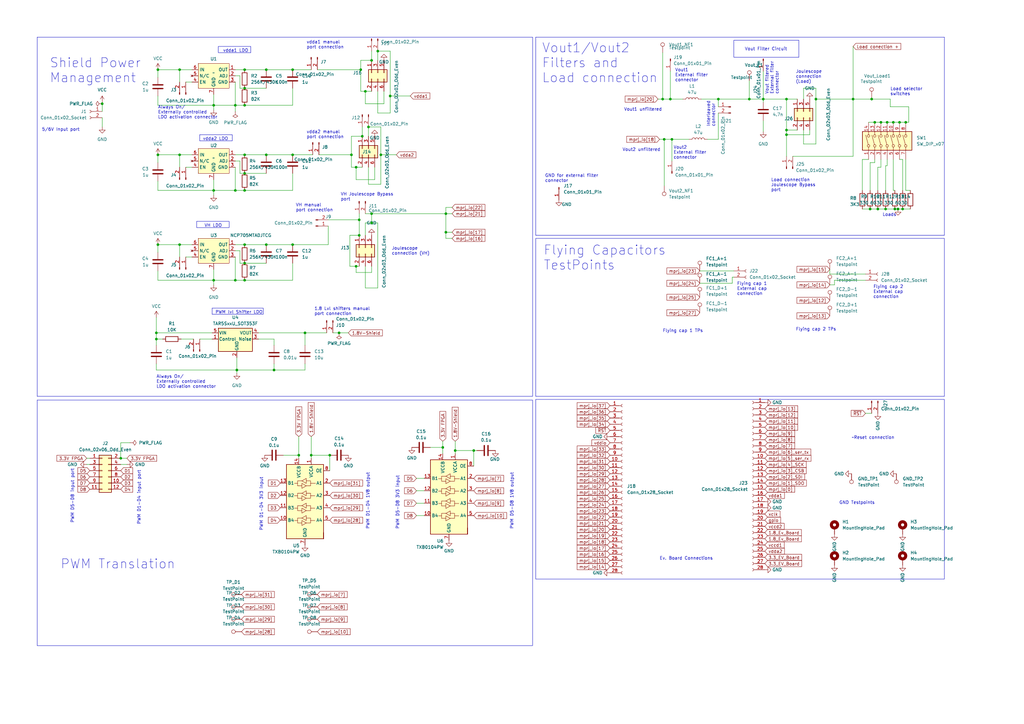
<source format=kicad_sch>
(kicad_sch (version 20230121) (generator eeschema)
  (paper "A3")
  (junction (at 357.505 40.64))
  (junction (at 97.155 151.765))
  (junction (at 274.955 40.64))
  (junction (at 120.015 63.5))
  (junction (at 366.395 50.165))
  (junction (at 127.635 186.69))
  (junction (at 100.33 114.935))
  (junction (at 275.59 57.15))
  (junction (at 182.88 95.25))
  (junction (at 73.66 28.575))
  (junction (at 109.22 28.575))
  (junction (at 322.58 40.64))
  (junction (at 147.955 28.575))
  (junction (at 109.22 63.5))
  (junction (at 87.63 114.935))
  (junction (at 100.33 43.18))
  (junction (at 100.33 71.12))
  (junction (at 194.31 184.785))
  (junction (at 41.91 42.545))
  (junction (at 186.69 184.785))
  (junction (at 146.05 109.22))
  (junction (at 96.52 78.105))
  (junction (at 100.33 28.575))
  (junction (at 96.52 114.935))
  (junction (at 151.13 52.07))
  (junction (at 112.395 151.765))
  (junction (at 358.775 50.165))
  (junction (at 100.33 36.195))
  (junction (at 182.88 87.63))
  (junction (at 135.255 186.69))
  (junction (at 73.66 63.5))
  (junction (at 64.77 28.575))
  (junction (at 160.02 39.37))
  (junction (at 122.555 186.69))
  (junction (at 64.77 63.5))
  (junction (at 64.77 100.33))
  (junction (at 73.66 100.33))
  (junction (at 360.045 85.725))
  (junction (at 271.78 40.64))
  (junction (at 272.415 57.15))
  (junction (at 368.3 85.725))
  (junction (at 120.015 28.575))
  (junction (at 181.61 183.515))
  (junction (at 356.87 85.725))
  (junction (at 64.135 139.065))
  (junction (at 100.33 100.33))
  (junction (at 152.4 91.44))
  (junction (at 349.885 40.64))
  (junction (at 363.22 85.725))
  (junction (at 144.145 63.5))
  (junction (at 363.855 50.165))
  (junction (at 367.03 85.725))
  (junction (at 87.63 43.18))
  (junction (at 156.21 63.5))
  (junction (at 334.645 40.64))
  (junction (at 152.4 87.63))
  (junction (at 149.86 37.465))
  (junction (at 370.205 85.725))
  (junction (at 154.94 20.955))
  (junction (at 146.05 68.58))
  (junction (at 64.135 136.525))
  (junction (at 125.095 136.525))
  (junction (at 313.055 40.64))
  (junction (at 87.63 78.105))
  (junction (at 307.34 40.64))
  (junction (at 371.475 50.165))
  (junction (at 148.59 55.88))
  (junction (at 96.52 43.18))
  (junction (at 100.33 107.95))
  (junction (at 100.33 63.5))
  (junction (at 322.58 55.245))
  (junction (at 368.935 50.165))
  (junction (at 49.53 187.96))
  (junction (at 147.32 90.17))
  (junction (at 100.33 78.105))
  (junction (at 294.64 40.64))
  (junction (at 120.015 100.33))
  (junction (at 109.22 100.33))
  (junction (at 361.315 50.165))
  (junction (at 147.32 96.52))
  (junction (at 139.065 136.525))
  (junction (at 152.4 24.765))
  (junction (at 322.58 53.34))
  (wire (pts (xy 358.775 66.675) (xy 358.775 65.405)))
  (wire (pts (xy 100.33 36.195) (xy 100.33 35.56)))
  (wire (pts (xy 136.525 136.525) (xy 139.065 136.525)))
  (wire (pts (xy 122.555 186.69) (xy 122.555 187.96)))
  (wire (pts (xy 152.4 91.44) (xy 154.94 91.44)))
  (wire (pts (xy 112.395 149.225) (xy 112.395 151.765)))
  (wire (pts (xy 64.135 139.065) (xy 64.135 136.525)))
  (wire (pts (xy 73.66 100.33) (xy 73.66 105.41)))
  (wire (pts (xy 294.64 40.64) (xy 307.34 40.64)))
  (wire (pts (xy 96.52 105.41) (xy 96.52 114.935)))
  (wire (pts (xy 322.58 53.34) (xy 322.58 40.64)))
  (wire (pts (xy 313.055 49.53) (xy 313.055 53.975)))
  (wire (pts (xy 96.52 63.5) (xy 100.33 63.5)))
  (wire (pts (xy 97.155 151.765) (xy 112.395 151.765)))
  (wire (pts (xy 307.34 40.64) (xy 313.055 40.64)))
  (wire (pts (xy 96.52 68.58) (xy 96.52 78.105)))
  (wire (pts (xy 370.205 65.405) (xy 368.935 65.405)))
  (wire (pts (xy 332.105 53.34) (xy 332.105 55.245)))
  (wire (pts (xy 272.415 57.15) (xy 275.59 57.15)))
  (wire (pts (xy 363.22 78.105) (xy 363.22 67.945)))
  (wire (pts (xy 96.52 43.18) (xy 96.52 45.72)))
  (wire (pts (xy 275.59 57.15) (xy 282.575 57.15)))
  (wire (pts (xy 146.05 111.76) (xy 146.05 109.22)))
  (wire (pts (xy 353.695 65.405) (xy 353.695 78.105)))
  (wire (pts (xy 97.155 146.685) (xy 97.155 151.765)))
  (wire (pts (xy 271.78 40.64) (xy 274.955 40.64)))
  (wire (pts (xy 361.315 50.165) (xy 363.855 50.165)))
  (wire (pts (xy 144.145 63.5) (xy 144.145 68.58)))
  (wire (pts (xy 269.875 40.64) (xy 271.78 40.64)))
  (wire (pts (xy 363.22 67.945) (xy 363.855 67.945)))
  (wire (pts (xy 360.045 68.58) (xy 361.315 68.58)))
  (wire (pts (xy 363.22 85.725) (xy 367.03 85.725)))
  (wire (pts (xy 182.88 95.25) (xy 182.88 97.79)))
  (wire (pts (xy 287.02 111.125) (xy 300.99 111.125)))
  (wire (pts (xy 360.045 68.58) (xy 360.045 78.105)))
  (wire (pts (xy 122.555 179.07) (xy 122.555 186.69)))
  (wire (pts (xy 35.56 190.5) (xy 36.83 190.5)))
  (wire (pts (xy 127.635 186.69) (xy 135.255 186.69)))
  (wire (pts (xy 74.295 139.065) (xy 79.375 139.065)))
  (wire (pts (xy 367.03 85.725) (xy 368.3 85.725)))
  (wire (pts (xy 149.86 91.44) (xy 152.4 91.44)))
  (wire (pts (xy 120.015 71.12) (xy 120.015 78.105)))
  (wire (pts (xy 194.31 184.785) (xy 186.69 184.785)))
  (wire (pts (xy 271.78 40.64) (xy 271.78 21.59)))
  (wire (pts (xy 73.66 100.33) (xy 78.74 100.33)))
  (wire (pts (xy 106.045 139.065) (xy 112.395 139.065)))
  (wire (pts (xy 98.425 66.04) (xy 96.52 66.04)))
  (wire (pts (xy 100.33 28.575) (xy 109.22 28.575)))
  (wire (pts (xy 120.015 63.5) (xy 128.27 63.5)))
  (wire (pts (xy 112.395 151.765) (xy 125.095 151.765)))
  (wire (pts (xy 147.32 90.17) (xy 147.32 87.63)))
  (wire (pts (xy 149.86 96.52) (xy 149.86 91.44)))
  (wire (pts (xy 143.51 96.52) (xy 147.32 96.52)))
  (wire (pts (xy 76.2 33.655) (xy 78.74 33.655)))
  (wire (pts (xy 125.095 149.225) (xy 125.095 151.765)))
  (wire (pts (xy 149.86 109.22) (xy 149.86 118.11)))
  (wire (pts (xy 135.255 186.69) (xy 135.255 193.04)))
  (wire (pts (xy 294.64 43.815) (xy 294.64 40.64)))
  (wire (pts (xy 100.33 71.12) (xy 109.22 71.12)))
  (wire (pts (xy 366.395 50.165) (xy 368.935 50.165)))
  (wire (pts (xy 100.33 107.95) (xy 100.33 107.315)))
  (wire (pts (xy 154.94 37.465) (xy 154.94 46.355)))
  (wire (pts (xy 41.91 52.07) (xy 41.91 48.26)))
  (wire (pts (xy 73.66 63.5) (xy 78.74 63.5)))
  (wire (pts (xy 73.66 28.575) (xy 73.66 33.655)))
  (wire (pts (xy 49.53 181.61) (xy 53.34 181.61)))
  (wire (pts (xy 109.22 28.575) (xy 120.015 28.575)))
  (wire (pts (xy 270.51 57.15) (xy 272.415 57.15)))
  (wire (pts (xy 322.58 40.64) (xy 327.025 40.64)))
  (wire (pts (xy 149.86 42.545) (xy 157.48 42.545)))
  (wire (pts (xy 334.645 36.195) (xy 329.565 36.195)))
  (wire (pts (xy 160.02 20.955) (xy 160.02 39.37)))
  (wire (pts (xy 322.58 55.245) (xy 322.58 64.135)))
  (wire (pts (xy 41.91 41.91) (xy 41.91 42.545)))
  (wire (pts (xy 64.77 63.5) (xy 64.77 66.675)))
  (wire (pts (xy 120.015 36.195) (xy 120.015 43.18)))
  (wire (pts (xy 64.135 139.065) (xy 66.675 139.065)))
  (wire (pts (xy 154.94 20.955) (xy 154.94 24.765)))
  (wire (pts (xy 156.21 63.5) (xy 156.21 75.565)))
  (wire (pts (xy 146.05 73.66) (xy 153.67 73.66)))
  (wire (pts (xy 195.58 184.785) (xy 194.31 184.785)))
  (wire (pts (xy 154.94 46.355) (xy 160.02 46.355)))
  (wire (pts (xy 370.205 85.725) (xy 373.38 85.725)))
  (wire (pts (xy 370.205 78.105) (xy 370.205 65.405)))
  (wire (pts (xy 98.425 31.115) (xy 96.52 31.115)))
  (wire (pts (xy 358.775 50.165) (xy 361.315 50.165)))
  (wire (pts (xy 354.965 112.395) (xy 340.36 112.395)))
  (wire (pts (xy 160.02 20.955) (xy 154.94 20.955)))
  (wire (pts (xy 100.33 100.33) (xy 109.22 100.33)))
  (wire (pts (xy 368.935 50.165) (xy 371.475 50.165)))
  (wire (pts (xy 313.055 29.21) (xy 313.055 40.64)))
  (wire (pts (xy 334.645 59.055) (xy 334.645 40.64)))
  (wire (pts (xy 73.66 28.575) (xy 64.77 28.575)))
  (wire (pts (xy 127.635 179.07) (xy 127.635 186.69)))
  (wire (pts (xy 354.965 114.935) (xy 342.265 114.935)))
  (wire (pts (xy 156.21 52.07) (xy 151.13 52.07)))
  (wire (pts (xy 147.955 24.765) (xy 152.4 24.765)))
  (wire (pts (xy 152.4 109.22) (xy 152.4 111.76)))
  (wire (pts (xy 120.015 28.575) (xy 127.635 28.575)))
  (wire (pts (xy 73.66 100.33) (xy 64.77 100.33)))
  (wire (pts (xy 363.855 67.945) (xy 363.855 65.405)))
  (wire (pts (xy 120.015 100.33) (xy 134.62 100.33)))
  (wire (pts (xy 64.77 74.295) (xy 64.77 78.105)))
  (wire (pts (xy 151.13 52.07) (xy 151.13 55.88)))
  (wire (pts (xy 49.53 190.5) (xy 52.07 190.5)))
  (wire (pts (xy 182.88 85.09) (xy 182.88 87.63)))
  (wire (pts (xy 87.63 114.935) (xy 96.52 114.935)))
  (wire (pts (xy 360.045 85.725) (xy 363.22 85.725)))
  (wire (pts (xy 143.51 109.22) (xy 143.51 96.52)))
  (wire (pts (xy 185.42 95.25) (xy 182.88 95.25)))
  (wire (pts (xy 342.265 116.84) (xy 340.36 116.84)))
  (wire (pts (xy 96.52 43.18) (xy 100.33 43.18)))
  (wire (pts (xy 156.21 63.5) (xy 162.56 63.5)))
  (wire (pts (xy 349.885 64.135) (xy 349.885 40.64)))
  (wire (pts (xy 120.015 107.95) (xy 120.015 114.935)))
  (wire (pts (xy 87.63 45.085) (xy 87.63 43.18)))
  (wire (pts (xy 81.915 139.065) (xy 86.995 139.065)))
  (wire (pts (xy 340.36 112.395) (xy 340.36 110.49)))
  (wire (pts (xy 96.52 28.575) (xy 100.33 28.575)))
  (wire (pts (xy 49.53 181.61) (xy 49.53 187.96)))
  (wire (pts (xy 157.48 37.465) (xy 157.48 42.545)))
  (wire (pts (xy 149.86 87.63) (xy 152.4 87.63)))
  (wire (pts (xy 272.415 57.15) (xy 272.415 76.2)))
  (wire (pts (xy 64.135 141.605) (xy 64.135 139.065)))
  (wire (pts (xy 147.955 24.765) (xy 147.955 28.575)))
  (wire (pts (xy 313.055 41.91) (xy 313.055 40.64)))
  (wire (pts (xy 149.86 37.465) (xy 149.86 42.545)))
  (wire (pts (xy 146.05 68.58) (xy 148.59 68.58)))
  (wire (pts (xy 96.52 114.935) (xy 100.33 114.935)))
  (wire (pts (xy 87.63 78.105) (xy 96.52 78.105)))
  (wire (pts (xy 152.4 91.44) (xy 152.4 87.63)))
  (wire (pts (xy 100.33 107.95) (xy 98.425 107.95)))
  (wire (pts (xy 64.135 130.175) (xy 64.135 136.525)))
  (wire (pts (xy 307.34 33.02) (xy 307.34 40.64)))
  (wire (pts (xy 357.505 40.005) (xy 357.505 40.64)))
  (wire (pts (xy 35.56 187.96) (xy 36.83 187.96)))
  (wire (pts (xy 294.64 57.15) (xy 290.195 57.15)))
  (wire (pts (xy 361.315 68.58) (xy 361.315 65.405)))
  (wire (pts (xy 96.52 100.33) (xy 100.33 100.33)))
  (wire (pts (xy 87.63 80.01) (xy 87.63 78.105)))
  (wire (pts (xy 41.91 42.545) (xy 41.91 45.72)))
  (wire (pts (xy 98.425 71.12) (xy 98.425 66.04)))
  (wire (pts (xy 353.695 65.405) (xy 356.235 65.405)))
  (wire (pts (xy 64.77 39.37) (xy 64.77 43.18)))
  (wire (pts (xy 349.885 19.05) (xy 349.885 40.64)))
  (wire (pts (xy 154.94 91.44) (xy 154.94 118.11)))
  (wire (pts (xy 144.145 55.88) (xy 144.145 63.5)))
  (wire (pts (xy 127.635 186.69) (xy 127.635 187.96)))
  (wire (pts (xy 173.99 206.375) (xy 170.815 206.375)))
  (wire (pts (xy 371.475 65.405) (xy 371.475 78.105)))
  (wire (pts (xy 151.13 75.565) (xy 156.21 75.565)))
  (wire (pts (xy 181.61 183.515) (xy 181.61 186.055)))
  (wire (pts (xy 181.61 183.515) (xy 176.53 183.515)))
  (wire (pts (xy 109.22 100.33) (xy 120.015 100.33)))
  (wire (pts (xy 356.235 50.165) (xy 358.775 50.165)))
  (wire (pts (xy 87.63 78.105) (xy 87.63 73.66)))
  (wire (pts (xy 371.475 78.105) (xy 373.38 78.105)))
  (wire (pts (xy 64.77 114.935) (xy 87.63 114.935)))
  (wire (pts (xy 116.205 186.69) (xy 122.555 186.69)))
  (wire (pts (xy 125.095 141.605) (xy 125.095 136.525)))
  (wire (pts (xy 153.67 68.58) (xy 153.67 73.66)))
  (wire (pts (xy 134.62 92.71) (xy 134.62 100.33)))
  (wire (pts (xy 173.99 211.455) (xy 170.815 211.455)))
  (wire (pts (xy 322.58 53.34) (xy 322.58 55.245)))
  (wire (pts (xy 87.63 114.935) (xy 87.63 110.49)))
  (wire (pts (xy 87.63 116.84) (xy 87.63 114.935)))
  (wire (pts (xy 329.565 59.055) (xy 334.645 59.055)))
  (wire (pts (xy 98.425 36.195) (xy 98.425 31.115)))
  (wire (pts (xy 334.645 40.64) (xy 349.885 40.64)))
  (wire (pts (xy 356.87 66.675) (xy 356.87 78.105)))
  (wire (pts (xy 96.52 33.655) (xy 96.52 43.18)))
  (wire (pts (xy 73.66 63.5) (xy 73.66 68.58)))
  (wire (pts (xy 148.59 52.07) (xy 148.59 55.88)))
  (wire (pts (xy 100.33 63.5) (xy 109.22 63.5)))
  (wire (pts (xy 144.145 68.58) (xy 146.05 68.58)))
  (wire (pts (xy 365.125 40.64) (xy 365.125 43.815)))
  (wire (pts (xy 357.505 40.64) (xy 365.125 40.64)))
  (wire (pts (xy 100.33 71.12) (xy 100.33 70.485)))
  (wire (pts (xy 100.33 107.95) (xy 109.22 107.95)))
  (wire (pts (xy 152.4 87.63) (xy 182.88 87.63)))
  (wire (pts (xy 185.42 87.63) (xy 182.88 87.63)))
  (wire (pts (xy 64.77 111.125) (xy 64.77 114.935)))
  (wire (pts (xy 76.2 105.41) (xy 78.74 105.41)))
  (wire (pts (xy 64.77 78.105) (xy 87.63 78.105)))
  (wire (pts (xy 97.155 151.765) (xy 64.135 151.765)))
  (wire (pts (xy 173.99 201.295) (xy 170.815 201.295)))
  (wire (pts (xy 96.52 78.105) (xy 100.33 78.105)))
  (wire (pts (xy 329.565 36.195) (xy 329.565 40.64)))
  (wire (pts (xy 342.265 114.935) (xy 342.265 116.84)))
  (wire (pts (xy 100.33 36.195) (xy 109.22 36.195)))
  (wire (pts (xy 366.395 65.405) (xy 366.395 78.105)))
  (wire (pts (xy 149.86 118.11) (xy 154.94 118.11)))
  (wire (pts (xy 97.155 151.765) (xy 97.155 153.035)))
  (wire (pts (xy 87.63 43.18) (xy 96.52 43.18)))
  (wire (pts (xy 139.065 136.525) (xy 142.875 136.525)))
  (wire (pts (xy 365.125 43.815) (xy 372.745 43.815)))
  (wire (pts (xy 354.965 169.545) (xy 357.505 169.545)))
  (wire (pts (xy 287.655 40.64) (xy 294.64 40.64)))
  (wire (pts (xy 156.21 52.07) (xy 156.21 63.5)))
  (wire (pts (xy 73.66 63.5) (xy 64.77 63.5)))
  (wire (pts (xy 64.135 136.525) (xy 86.995 136.525)))
  (wire (pts (xy 147.32 90.17) (xy 147.32 96.52)))
  (wire (pts (xy 147.32 109.22) (xy 146.05 109.22)))
  (wire (pts (xy 181.61 180.975) (xy 181.61 183.515)))
  (wire (pts (xy 144.145 55.88) (xy 148.59 55.88)))
  (wire (pts (xy 353.695 85.725) (xy 356.87 85.725)))
  (wire (pts (xy 109.22 63.5) (xy 120.015 63.5)))
  (wire (pts (xy 147.955 37.465) (xy 149.86 37.465)))
  (wire (pts (xy 186.69 184.785) (xy 186.69 186.055)))
  (wire (pts (xy 73.66 28.575) (xy 78.74 28.575)))
  (wire (pts (xy 300.355 113.665) (xy 300.355 116.205)))
  (wire (pts (xy 125.095 136.525) (xy 106.045 136.525)))
  (wire (pts (xy 147.955 28.575) (xy 147.955 37.465)))
  (wire (pts (xy 366.395 78.105) (xy 367.03 78.105)))
  (wire (pts (xy 334.645 40.64) (xy 334.645 36.195)))
  (wire (pts (xy 173.99 196.215) (xy 170.815 196.215)))
  (wire (pts (xy 182.88 87.63) (xy 182.88 95.25)))
  (wire (pts (xy 76.2 68.58) (xy 78.74 68.58)))
  (wire (pts (xy 49.53 187.96) (xy 52.07 187.96)))
  (wire (pts (xy 130.175 28.575) (xy 147.955 28.575)))
  (wire (pts (xy 274.955 29.21) (xy 274.955 40.64)))
  (wire (pts (xy 100.33 36.195) (xy 98.425 36.195)))
  (wire (pts (xy 64.77 28.575) (xy 64.77 31.75)))
  (wire (pts (xy 294.64 46.355) (xy 294.64 57.15)))
  (wire (pts (xy 349.885 40.64) (xy 357.505 40.64)))
  (wire (pts (xy 120.015 78.105) (xy 100.33 78.105)))
  (wire (pts (xy 146.05 68.58) (xy 146.05 73.66)))
  (wire (pts (xy 356.87 66.675) (xy 358.775 66.675)))
  (wire (pts (xy 168.275 39.37) (xy 160.02 39.37)))
  (wire (pts (xy 275.59 66.04) (xy 275.59 57.15)))
  (wire (pts (xy 120.015 43.18) (xy 100.33 43.18)))
  (wire (pts (xy 130.81 63.5) (xy 144.145 63.5)))
  (wire (pts (xy 64.135 151.765) (xy 64.135 149.225)))
  (wire (pts (xy 300.355 116.205) (xy 287.02 116.205)))
  (wire (pts (xy 160.02 39.37) (xy 160.02 46.355)))
  (wire (pts (xy 322.58 55.245) (xy 332.105 55.245)))
  (wire (pts (xy 134.62 90.17) (xy 147.32 90.17)))
  (wire (pts (xy 329.565 53.34) (xy 329.565 59.055)))
  (wire (pts (xy 146.05 109.22) (xy 143.51 109.22)))
  (wire (pts (xy 363.855 50.165) (xy 366.395 50.165)))
  (wire (pts (xy 327.025 53.34) (xy 322.58 53.34)))
  (wire (pts (xy 368.3 85.725) (xy 370.205 85.725)))
  (wire (pts (xy 100.33 71.12) (xy 98.425 71.12)))
  (wire (pts (xy 372.745 50.165) (xy 371.475 50.165)))
  (wire (pts (xy 300.355 113.665) (xy 300.99 113.665)))
  (wire (pts (xy 185.42 85.09) (xy 182.88 85.09)))
  (wire (pts (xy 98.425 107.95) (xy 98.425 102.87)))
  (wire (pts (xy 98.425 102.87) (xy 96.52 102.87)))
  (wire (pts (xy 64.77 43.18) (xy 87.63 43.18)))
  (wire (pts (xy 274.955 40.64) (xy 280.035 40.64)))
  (wire (pts (xy 194.31 184.785) (xy 194.31 191.135)))
  (wire (pts (xy 87.63 43.18) (xy 87.63 38.735)))
  (wire (pts (xy 182.88 97.79) (xy 185.42 97.79)))
  (wire (pts (xy 149.86 37.465) (xy 152.4 37.465)))
  (wire (pts (xy 120.015 114.935) (xy 100.33 114.935)))
  (wire (pts (xy 356.87 85.725) (xy 360.045 85.725)))
  (wire (pts (xy 112.395 139.065) (xy 112.395 141.605)))
  (wire (pts (xy 325.12 64.135) (xy 349.885 64.135)))
  (wire (pts (xy 64.77 100.33) (xy 64.77 103.505)))
  (wire (pts (xy 125.095 136.525) (xy 133.985 136.525)))
  (wire (pts (xy 152.4 111.76) (xy 146.05 111.76)))
  (wire (pts (xy 152.4 20.955) (xy 152.4 24.765)))
  (wire (pts (xy 151.13 68.58) (xy 151.13 75.565)))
  (wire (pts (xy 313.055 40.64) (xy 322.58 40.64)))
  (wire (pts (xy 372.745 43.815) (xy 372.745 50.165)))
  (wire (pts (xy 186.69 180.975) (xy 186.69 184.785)))
  (rectangle (start 81.915 55.245) (end 95.25 57.785))
  (rectangle (start 300.99 16.51) (end 327.66 23.495))
  (rectangle (start 219.71 97.79) (end 387.35 162.56))
  (rectangle (start 80.645 90.805) (end 93.98 93.345))
  (rectangle (start 86.995 126.365) (end 107.95 128.905))
  (rectangle (start 89.535 19.05) (end 102.87 21.59))
  (rectangle (start 219.71 163.83) (end 387.35 237.49))
  (rectangle (start 15.24 15.24) (end 218.44 162.56))
  (rectangle (start 15.24 164.084) (end 218.44 264.795))
  (rectangle (start 219.71 15.24) (end 387.35 96.52))
  (text "vdda2 LDO" (at 83.185 57.785 0) (effects (font (size 1.27 1.27)) (justify left bottom)))
  (text "PWM D1-D4 input port" (at 57.785 215.265 90) (effects (font (size 1.27 1.27)) (justify left bottom)))
  (text "Always On/\nExternally controlled\nLDO activation connector" (at 64.135 159.385 0) (effects (font (size 1.27 1.27)) (justify left bottom)))
  (text "Shield Power \nManagement " (at 20.32 34.29 0) (effects (font (size 3.81 3.81)) (justify left bottom)))
  (text "Vout filtered\nExternal filter\nconnector\n" (at 319.405 38.735 90) (effects (font (size 1.27 1.27)) (justify left bottom)))
  (text "PWM D1-D4 3V3 input " (at 107.95 217.805 90) (effects (font (size 1.27 1.27)) (justify left bottom)))
  (text "Vout2\nExternal filter \nconnector" (at 276.225 65.405 0) (effects (font (size 1.27 1.27)) (justify left bottom)))
  (text "Vout1\nExternal filter \nconnector" (at 276.86 33.655 0) (effects (font (size 1.27 1.27)) (justify left bottom)))
  (text "PWM D5-D8 3V3 input " (at 163.83 217.17 90) (effects (font (size 1.27 1.27)) (justify left bottom)))
  (text "Loads\n" (at 361.95 88.9 0) (effects (font (size 1.27 1.27)) (justify left bottom)))
  (text "vdda1 LDO" (at 91.44 21.59 0) (effects (font (size 1.27 1.27)) (justify left bottom)))
  (text "vdda2 manual\nport connection\n\n" (at 125.73 59.055 0) (effects (font (size 1.27 1.27)) (justify left bottom)))
  (text "~Reset connection" (at 349.25 180.34 0) (effects (font (size 1.27 1.27)) (justify left bottom)))
  (text "Flying cap 1 TPs\n" (at 271.78 136.525 0) (effects (font (size 1.27 1.27)) (justify left bottom)))
  (text "Flying cap 2 TPs\n" (at 326.39 135.89 0) (effects (font (size 1.27 1.27)) (justify left bottom)))
  (text "Flying Capacitors \nTestPoints" (at 222.885 111.125 0) (effects (font (size 3.81 3.81)) (justify left bottom)))
  (text "Interleaved \nconnector\n" (at 293.37 52.07 90) (effects (font (size 1.27 1.27)) (justify left bottom)))
  (text "VH Joulescope Bypass \nport\n" (at 139.7 82.55 0) (effects (font (size 1.27 1.27)) (justify left bottom)))
  (text "PWM D1-D4 1V8 output\n " (at 153.67 217.17 90) (effects (font (size 1.27 1.27)) (justify left bottom)))
  (text "Flying cap 1\nExternal cap\nconnection\n" (at 302.26 121.285 0) (effects (font (size 1.27 1.27)) (justify left bottom)))
  (text "Load connection \nJoulescope Bypass \nport\n" (at 316.23 78.74 0) (effects (font (size 1.27 1.27)) (justify left bottom)))
  (text "Load selector \nswitches\n" (at 365.125 39.37 0) (effects (font (size 1.27 1.27)) (justify left bottom)))
  (text "PWM D5-D8 1V8 output\n " (at 212.725 217.17 90) (effects (font (size 1.27 1.27)) (justify left bottom)))
  (text "Flying cap 2\nExternal cap\nconnection\n" (at 358.14 122.555 0) (effects (font (size 1.27 1.27)) (justify left bottom)))
  (text "GND for external filter \nconnector\n" (at 223.52 74.93 0) (effects (font (size 1.27 1.27)) (justify left bottom)))
  (text "PWM Translation\n" (at 24.765 233.68 0) (effects (font (size 3.81 3.81)) (justify left bottom)))
  (text "Vout2 unfiltered\n" (at 255.27 62.23 0) (effects (font (size 1.27 1.27)) (justify left bottom)))
  (text "VH manual\nport connection\n" (at 121.285 86.995 0) (effects (font (size 1.27 1.27)) (justify left bottom)))
  (text "PWM lvl Shifter LDO" (at 88.265 128.905 0) (effects (font (size 1.27 1.27)) (justify left bottom)))
  (text "PWM D5-D8 input port" (at 30.48 214.63 90) (effects (font (size 1.27 1.27)) (justify left bottom)))
  (text "1.8 Lvl shifters manual\nport connection\n" (at 128.905 129.54 0) (effects (font (size 1.27 1.27)) (justify left bottom)))
  (text "Joulescope \nconnection (VH)\n" (at 160.655 104.775 0) (effects (font (size 1.27 1.27)) (justify left bottom)))
  (text "Vout Filter Circuit" (at 305.435 20.955 0) (effects (font (size 1.27 1.27)) (justify left bottom)))
  (text "VH LDO" (at 83.82 93.345 0) (effects (font (size 1.27 1.27)) (justify left bottom)))
  (text "vdda1 manual\nport connection\n\n" (at 125.73 22.225 0) (effects (font (size 1.27 1.27)) (justify left bottom)))
  (text "Vout1 unfiltered\n" (at 255.905 45.72 0) (effects (font (size 1.27 1.27)) (justify left bottom)))
  (text "Ev. Board Connections\n" (at 270.51 229.87 0) (effects (font (size 1.27 1.27)) (justify left bottom)))
  (text "5/6V Input port\n" (at 17.145 53.975 0) (effects (font (size 1.27 1.27)) (justify left bottom)))
  (text "Always On/\nExternally controlled\nLDO activation connector" (at 64.77 48.895 0) (effects (font (size 1.27 1.27)) (justify left bottom)))
  (text "Vout1/Vout2\nFilters and \nLoad connection" (at 222.25 34.29 0) (effects (font (size 3.81 3.81)) (justify left bottom)))
  (text "Joulescope \nconnection \n(Load)" (at 326.39 34.29 0) (effects (font (size 1.27 1.27)) (justify left bottom)))
  (text "GND Testpoints\n" (at 344.17 207.01 0) (effects (font (size 1.27 1.27)) (justify left bottom)))
  (global_label "D4" (shape input) (at 114.935 213.36 180) (property "Intersheetrefs" "${INTERSHEET_REFS}" (effects hide)))
  (global_label "mprj_io[26]" (shape input) (at 250.19 201.93 180) (property "Intersheetrefs" "${INTERSHEET_REFS}" (effects hide)))
  (global_label "mprj_io[23]" (shape input) (at 250.19 209.55 180) (property "Intersheetrefs" "${INTERSHEET_REFS}" (effects hide)))
  (global_label "gpio" (shape input) (at 313.69 213.36 0) (property "Intersheetrefs" "${INTERSHEET_REFS}" (effects hide)))
  (global_label "mprj_io[8]" (shape input) (at 194.31 201.295 0) (property "Intersheetrefs" "${INTERSHEET_REFS}" (effects hide)))
  (global_label "mprj_io[16]" (shape input) (at 185.42 97.79 0) (property "Intersheetrefs" "${INTERSHEET_REFS}" (effects hide)))
  (global_label "mprj_io[15]" (shape input) (at 250.19 229.87 180) (property "Intersheetrefs" "${INTERSHEET_REFS}" (effects hide)))
  (global_label "mprj_io[10]" (shape input) (at 130.175 259.08 0) (property "Intersheetrefs" "${INTERSHEET_REFS}" (effects hide)))
  (global_label "mprj_io[29]" (shape input) (at 250.19 194.31 180) (property "Intersheetrefs" "${INTERSHEET_REFS}" (effects hide)))
  (global_label "mprj_io[21]" (shape input) (at 185.42 87.63 0) (property "Intersheetrefs" "${INTERSHEET_REFS}" (effects hide)))
  (global_label "vdda1" (shape input) (at 313.69 203.2 0) (property "Intersheetrefs" "${INTERSHEET_REFS}" (effects hide)))
  (global_label "D8" (shape input) (at 36.83 200.66 180) (property "Intersheetrefs" "${INTERSHEET_REFS}" (effects hide)))
  (global_label "D5" (shape input) (at 36.83 193.04 180) (property "Intersheetrefs" "${INTERSHEET_REFS}" (effects hide)))
  (global_label "mprj_io[12]" (shape input) (at 340.36 123.19 180) (property "Intersheetrefs" "${INTERSHEET_REFS}" (effects hide)))
  (global_label "mprj_io[10]" (shape input) (at 194.31 211.455 0) (property "Intersheetrefs" "${INTERSHEET_REFS}" (effects hide)))
  (global_label "mprj_io[35]" (shape input) (at 250.19 171.45 180) (property "Intersheetrefs" "${INTERSHEET_REFS}" (effects hide)))
  (global_label "mprj_io[9]" (shape input) (at 313.69 177.8 0) (property "Intersheetrefs" "${INTERSHEET_REFS}" (effects hide)))
  (global_label "mprj_io[10]" (shape input) (at 313.69 175.26 0) (property "Intersheetrefs" "${INTERSHEET_REFS}" (effects hide)))
  (global_label "mprj_io[8]" (shape input) (at 130.175 248.92 0) (property "Intersheetrefs" "${INTERSHEET_REFS}" (effects hide)))
  (global_label "mprj_io[28]" (shape input) (at 99.06 259.08 0) (property "Intersheetrefs" "${INTERSHEET_REFS}" (effects hide)))
  (global_label "mprj_io[34]" (shape input) (at 250.19 173.99 180) (property "Intersheetrefs" "${INTERSHEET_REFS}" (effects hide)))
  (global_label "mprj_io[16]" (shape input) (at 250.19 227.33 180) (property "Intersheetrefs" "${INTERSHEET_REFS}" (effects hide)))
  (global_label "vccd1" (shape input) (at 313.69 223.52 0) (property "Intersheetrefs" "${INTERSHEET_REFS}" (effects hide)))
  (global_label "mprj_io[37]" (shape input) (at 250.19 166.37 180) (property "Intersheetrefs" "${INTERSHEET_REFS}" (effects hide)))
  (global_label "mprj_io[17]" (shape input) (at 185.42 95.25 0) (property "Intersheetrefs" "${INTERSHEET_REFS}" (effects hide)))
  (global_label "mprj_io[17]" (shape input) (at 250.19 224.79 180) (property "Intersheetrefs" "${INTERSHEET_REFS}" (effects hide)))
  (global_label "1.8V-Shield" (shape input) (at 142.875 136.525 0) (property "Intersheetrefs" "${INTERSHEET_REFS}" (effects hide)))
  (global_label "3.3V FPGA" (shape input) (at 35.56 187.96 180) (property "Intersheetrefs" "${INTERSHEET_REFS}" (effects hide)))
  (global_label "D7" (shape input) (at 36.83 198.12 180) (property "Intersheetrefs" "${INTERSHEET_REFS}" (effects hide)))
  (global_label "mprj_io[24]" (shape input) (at 250.19 207.01 180) (property "Intersheetrefs" "${INTERSHEET_REFS}" (effects hide)))
  (global_label "vdda1" (shape input) (at 168.275 39.37 0) (property "Intersheetrefs" "${INTERSHEET_REFS}" (effects hide)))
  (global_label "mprj_io[8]" (shape input) (at 313.69 180.34 0) (property "Intersheetrefs" "${INTERSHEET_REFS}" (effects hide)))
  (global_label "Load conection +" (shape input) (at 349.885 19.05 0) (property "Intersheetrefs" "${INTERSHEET_REFS}" (effects hide)))
  (global_label "mprj_io[7]" (shape input) (at 194.31 196.215 0) (property "Intersheetrefs" "${INTERSHEET_REFS}" (effects hide)))
  (global_label "xclk" (shape input) (at 313.69 210.82 0) (property "Intersheetrefs" "${INTERSHEET_REFS}" (effects hide)))
  (global_label "mprj_io[18]" (shape input) (at 270.51 57.15 180) (property "Intersheetrefs" "${INTERSHEET_REFS}" (effects hide)))
  (global_label "mprj_io[6]_ser_tx" (shape input) (at 313.69 185.42 0) (property "Intersheetrefs" "${INTERSHEET_REFS}" (effects hide)))
  (global_label "mprj_io[23]" (shape input) (at 287.02 111.125 180) (property "Intersheetrefs" "${INTERSHEET_REFS}" (effects hide)))
  (global_label "mprj_io[22]" (shape input) (at 250.19 212.09 180) (property "Intersheetrefs" "${INTERSHEET_REFS}" (effects hide)))
  (global_label "mprj_io[30]" (shape input) (at 135.255 203.2 0) (property "Intersheetrefs" "${INTERSHEET_REFS}" (effects hide)))
  (global_label "mprj_io[14]" (shape input) (at 340.36 116.84 180) (property "Intersheetrefs" "${INTERSHEET_REFS}" (effects hide)))
  (global_label "mprj_io[7]" (shape input) (at 130.175 243.84 0) (property "Intersheetrefs" "${INTERSHEET_REFS}" (effects hide)))
  (global_label "~{RST}" (shape input) (at 250.19 176.53 180) (property "Intersheetrefs" "${INTERSHEET_REFS}" (effects hide)))
  (global_label "vdda2" (shape input) (at 162.56 63.5 0) (property "Intersheetrefs" "${INTERSHEET_REFS}" (effects hide)))
  (global_label "mprj_io[13]" (shape input) (at 340.36 129.54 180) (property "Intersheetrefs" "${INTERSHEET_REFS}" (effects hide)))
  (global_label "3.3V FPGA" (shape input) (at 122.555 179.07 90) (property "Intersheetrefs" "${INTERSHEET_REFS}" (effects hide)))
  (global_label "mprj_io[7]" (shape input) (at 313.69 182.88 0) (property "Intersheetrefs" "${INTERSHEET_REFS}" (effects hide)))
  (global_label "1.8_Ev_Board" (shape input) (at 313.69 220.98 0) (property "Intersheetrefs" "${INTERSHEET_REFS}" (effects hide)))
  (global_label "mprj_io[19]" (shape input) (at 250.19 219.71 180) (property "Intersheetrefs" "${INTERSHEET_REFS}" (effects hide)))
  (global_label "mprj_io[30]" (shape input) (at 250.19 191.77 180) (property "Intersheetrefs" "${INTERSHEET_REFS}" (effects hide)))
  (global_label "vdda2" (shape input) (at 313.69 226.06 0) (property "Intersheetrefs" "${INTERSHEET_REFS}" (effects hide)))
  (global_label "mprj_io[29]" (shape input) (at 135.255 208.28 0) (property "Intersheetrefs" "${INTERSHEET_REFS}" (effects hide)))
  (global_label "D6" (shape input) (at 170.815 201.295 180) (property "Intersheetrefs" "${INTERSHEET_REFS}" (effects hide)))
  (global_label "mprj_io[33]" (shape input) (at 250.19 184.15 180) (property "Intersheetrefs" "${INTERSHEET_REFS}" (effects hide)))
  (global_label "mprj_io[4]_SCK" (shape input) (at 313.69 190.5 0) (property "Intersheetrefs" "${INTERSHEET_REFS}" (effects hide)))
  (global_label "mprj_io[25]" (shape input) (at 287.02 121.92 180) (property "Intersheetrefs" "${INTERSHEET_REFS}" (effects hide)))
  (global_label "1.8V-Shield" (shape input) (at 186.69 180.975 90) (property "Intersheetrefs" "${INTERSHEET_REFS}" (effects hide)))
  (global_label "~{RST}" (shape input) (at 354.965 169.545 180) (property "Intersheetrefs" "${INTERSHEET_REFS}" (effects hide)))
  (global_label "3.3_EV_Board" (shape input) (at 313.69 228.6 0) (property "Intersheetrefs" "${INTERSHEET_REFS}" (effects hide)))
  (global_label "mprj_io[22]" (shape input) (at 185.42 85.09 0) (property "Intersheetrefs" "${INTERSHEET_REFS}" (effects hide)))
  (global_label "mprj_io[2]_SDI" (shape input) (at 313.69 195.58 0) (property "Intersheetrefs" "${INTERSHEET_REFS}" (effects hide)))
  (global_label "mprj_io[31]" (shape input) (at 250.19 189.23 180) (property "Intersheetrefs" "${INTERSHEET_REFS}" (effects hide)))
  (global_label "mprj_io[25]" (shape input) (at 250.19 204.47 180) (property "Intersheetrefs" "${INTERSHEET_REFS}" (effects hide)))
  (global_label "mprj_io[13]" (shape input) (at 313.69 167.64 0) (property "Intersheetrefs" "${INTERSHEET_REFS}" (effects hide)))
  (global_label "mprj_io[18]" (shape input) (at 250.19 222.25 180) (property "Intersheetrefs" "${INTERSHEET_REFS}" (effects hide)))
  (global_label "mprj_io[29]" (shape input) (at 99.06 254 0) (property "Intersheetrefs" "${INTERSHEET_REFS}" (effects hide)))
  (global_label "mprj_io[0]" (shape input) (at 313.69 200.66 0) (property "Intersheetrefs" "${INTERSHEET_REFS}" (effects hide)))
  (global_label "mprj_io[28]" (shape input) (at 135.255 213.36 0) (property "Intersheetrefs" "${INTERSHEET_REFS}" (effects hide)))
  (global_label "mprj_io[3]_CSB" (shape input) (at 313.69 193.04 0) (property "Intersheetrefs" "${INTERSHEET_REFS}" (effects hide)))
  (global_label "D7" (shape input) (at 170.815 206.375 180) (property "Intersheetrefs" "${INTERSHEET_REFS}" (effects hide)))
  (global_label "mprj_io[28]" (shape input) (at 250.19 196.85 180) (property "Intersheetrefs" "${INTERSHEET_REFS}" (effects hide)))
  (global_label "D2" (shape input) (at 49.53 195.58 0) (property "Intersheetrefs" "${INTERSHEET_REFS}" (effects hide)))
  (global_label "D8" (shape input) (at 170.815 211.455 180) (property "Intersheetrefs" "${INTERSHEET_REFS}" (effects hide)))
  (global_label "D1" (shape input) (at 114.935 198.12 180) (property "Intersheetrefs" "${INTERSHEET_REFS}" (effects hide)))
  (global_label "1.8_Ev_Board" (shape input) (at 313.69 218.44 0) (property "Intersheetrefs" "${INTERSHEET_REFS}" (effects hide)))
  (global_label "mprj_io[30]" (shape input) (at 99.06 248.92 0) (property "Intersheetrefs" "${INTERSHEET_REFS}" (effects hide)))
  (global_label "3.3V FPGA" (shape input) (at 52.07 187.96 0) (property "Intersheetrefs" "${INTERSHEET_REFS}" (effects hide)))
  (global_label "mprj_io[32]" (shape input) (at 250.19 186.69 180) (property "Intersheetrefs" "${INTERSHEET_REFS}" (effects hide)))
  (global_label "mprj_io[12]" (shape input) (at 313.69 170.18 0) (property "Intersheetrefs" "${INTERSHEET_REFS}" (effects hide)))
  (global_label "mprj_io[27]" (shape input) (at 250.19 199.39 180) (property "Intersheetrefs" "${INTERSHEET_REFS}" (effects hide)))
  (global_label "D3" (shape input) (at 49.53 198.12 0) (property "Intersheetrefs" "${INTERSHEET_REFS}" (effects hide)))
  (global_label "mprj_io[14]" (shape input) (at 250.19 232.41 180) (property "Intersheetrefs" "${INTERSHEET_REFS}" (effects hide)))
  (global_label "D5" (shape input) (at 170.815 196.215 180) (property "Intersheetrefs" "${INTERSHEET_REFS}" (effects hide)))
  (global_label "mprj_io[20]" (shape input) (at 250.19 217.17 180) (property "Intersheetrefs" "${INTERSHEET_REFS}" (effects hide)))
  (global_label "mprj_io[9]" (shape input) (at 130.175 254 0) (property "Intersheetrefs" "${INTERSHEET_REFS}" (effects hide)))
  (global_label "mprj_io[20]" (shape input) (at 269.875 40.64 180) (property "Intersheetrefs" "${INTERSHEET_REFS}" (effects hide)))
  (global_label "mprj_io[15]" (shape input) (at 340.36 110.49 180) (property "Intersheetrefs" "${INTERSHEET_REFS}" (effects hide)))
  (global_label "mprj_io[24]" (shape input) (at 287.02 116.205 180) (property "Intersheetrefs" "${INTERSHEET_REFS}" (effects hide)))
  (global_label "D4" (shape input) (at 49.53 200.66 0) (property "Intersheetrefs" "${INTERSHEET_REFS}" (effects hide)))
  (global_label "3.3_EV_Board" (shape input) (at 313.69 231.14 0) (property "Intersheetrefs" "${INTERSHEET_REFS}" (effects hide)))
  (global_label "vccd2" (shape input) (at 313.69 215.9 0) (property "Intersheetrefs" "${INTERSHEET_REFS}" (effects hide)))
  (global_label "D1" (shape input) (at 49.53 193.04 0) (property "Intersheetrefs" "${INTERSHEET_REFS}" (effects hide)))
  (global_label "1.8V-Shield" (shape input) (at 127.635 179.07 90) (property "Intersheetrefs" "${INTERSHEET_REFS}" (effects hide)))
  (global_label "mprj_io[11]" (shape input) (at 313.69 172.72 0) (property "Intersheetrefs" "${INTERSHEET_REFS}" (effects hide)))
  (global_label "D6" (shape input) (at 36.83 195.58 180) (property "Intersheetrefs" "${INTERSHEET_REFS}" (effects hide)))
  (global_label "mprj_io[5]_ser_rx" (shape input) (at 313.69 187.96 0) (property "Intersheetrefs" "${INTERSHEET_REFS}" (effects hide)))
  (global_label "mprj_io[27]" (shape input) (at 287.02 128.27 180) (property "Intersheetrefs" "${INTERSHEET_REFS}" (effects hide)))
  (global_label "vddio" (shape input) (at 250.19 181.61 180) (property "Intersheetrefs" "${INTERSHEET_REFS}" (effects hide)))
  (global_label "mprj_io[1]_SDO" (shape input) (at 313.69 198.12 0) (property "Intersheetrefs" "${INTERSHEET_REFS}" (effects hide)))
  (global_label "mprj_io[9]" (shape input) (at 194.31 206.375 0) (property "Intersheetrefs" "${INTERSHEET_REFS}" (effects hide)))
  (global_label "mprj_io[21]" (shape input) (at 250.19 214.63 180) (property "Intersheetrefs" "${INTERSHEET_REFS}" (effects hide)))
  (global_label "3.3V FPGA" (shape input) (at 181.61 180.975 90) (property "Intersheetrefs" "${INTERSHEET_REFS}" (effects hide)))
  (global_label "mprj_io[31]" (shape input) (at 135.255 198.12 0) (property "Intersheetrefs" "${INTERSHEET_REFS}" (effects hide)))
  (global_label "D2" (shape input) (at 114.935 203.2 180) (property "Intersheetrefs" "${INTERSHEET_REFS}" (effects hide)))
  (global_label "mprj_io[31]" (shape input) (at 99.06 243.84 0) (property "Intersheetrefs" "${INTERSHEET_REFS}" (effects hide)))
  (global_label "mprj_io[36]" (shape input) (at 250.19 168.91 180) (property "Intersheetrefs" "${INTERSHEET_REFS}" (effects hide)))
  (global_label "D3" (shape input) (at 114.935 208.28 180) (property "Intersheetrefs" "${INTERSHEET_REFS}" (effects hide)))
  (symbol (lib_id "power:GND") (at 157.48 24.765 180) (unit 1)
    (property "Reference" "#PWR018" (effects hide))
    (property "Value" "GND" (at 157.48 25.4 0))
  )
  (symbol (lib_id "Device:R") (at 363.22 81.915 0) (unit 1)
    (property "Reference" "R11" (at 359.41 80.645 0) (effects (justify left)))
    (property "Value" "30" (at 359.41 83.185 0) (effects (justify left)))
    (property "Footprint" "Resistor_SMD:R_1206_3216Metric" (effects hide))
  )
  (symbol (lib_id "Device:R") (at 100.33 32.385 0) (unit 1)
    (property "Reference" "R2" (at 102.87 31.115 0) (effects (justify left)))
    (property "Value" "256K/430K" (at 102.87 33.655 0) (effects (justify left)))
    (property "Footprint" "Resistor_SMD:R_0805_2012Metric" (effects hide))
  )
  (symbol (lib_id "Device:C") (at 120.015 67.31 0) (unit 1)
    (property "Reference" "C11" (at 123.825 66.04 0) (effects (justify left)))
    (property "Value" "1u" (at 123.825 68.58 0) (effects (justify left)))
    (property "Footprint" "Capacitor_SMD:C_0805_2012Metric" (effects hide))
  )
  (symbol (lib_id "power:GND") (at 349.25 194.31 270) (unit 1)
    (property "Reference" "#PWR033" (effects hide))
    (property "Value" "GND" (at 344.17 194.31 90))
  )
  (symbol (lib_id "power:GND") (at 370.205 231.775 0) (unit 1)
    (property "Reference" "#PWR038" (effects hide))
    (property "Value" "GND" (at 370.205 236.855 90))
  )
  (symbol (lib_id "Mechanical:MountingHole_Pad") (at 370.205 216.535 0) (unit 1)
    (property "Reference" "H3" (at 373.38 213.995 0) (effects (justify left)))
    (property "Value" "MountingHole_Pad" (at 373.38 216.535 0) (effects (justify left)))
    (property "Footprint" "MountingHole:MountingHole_3.2mm_M3_DIN965_Pad" (effects hide))
  )
  (symbol (lib_id "Device:C") (at 64.77 107.315 0) (mirror y) (unit 1)
    (property "Reference" "C4" (at 60.96 106.045 0) (effects (justify left)))
    (property "Value" "1u" (at 60.96 108.585 0) (effects (justify left)))
    (property "Footprint" "Capacitor_SMD:C_0805_2012Metric" (effects hide))
  )
  (symbol (lib_id "Connector:Conn_01x02_Pin") (at 128.27 58.42 90) (mirror x) (unit 1)
    (property "Reference" "J8" (at 132.08 60.325 90) (effects (justify right)))
    (property "Value" "Conn_01x02_Pin" (at 120.65 65.405 90) (effects (justify right)))
    (property "Footprint" "Connector_PinHeader_2.54mm:PinHeader_1x02_P2.54mm_Vertical" (effects hide))
  )
  (symbol (lib_id "power:GND") (at 125.095 223.52 0) (mirror y) (unit 1)
    (property "Reference" "#PWR014" (effects hide))
    (property "Value" "GND" (at 125.095 227.838 0))
  )
  (symbol (lib_id "power:GND") (at 152.4 96.52 180) (unit 1)
    (property "Reference" "#PWR016" (effects hide))
    (property "Value" "GND" (at 152.4 91.44 0))
  )
  (symbol (lib_id "Connector:TestPoint") (at 130.175 259.08 90) (unit 1)
    (property "Reference" "TP_D8" (at 126.873 253.365 90))
    (property "Value" "TestPoint" (at 126.873 255.905 90))
    (property "Footprint" "TestPoint:TestPoint_Keystone_5019_Minature" (effects hide))
  )
  (symbol (lib_id "Connector_Generic:Conn_02x03_Odd_Even") (at 151.13 60.96 90) (mirror x) (unit 1)
    (property "Reference" "J14" (at 148.59 62.23 90) (effects (justify right)))
    (property "Value" "Conn_02x03_Odd_Even" (at 158.75 77.47 0) (effects (justify right)))
    (property "Footprint" "Connector_PinHeader_2.54mm:PinHeader_2x03_P2.54mm_Vertical" (effects hide))
  )
  (symbol (lib_id "Device:R") (at 370.205 81.915 0) (unit 1)
    (property "Reference" "R13" (at 367.03 80.645 0) (effects (justify left)))
    (property "Value" "60" (at 367.03 83.185 0) (effects (justify left)))
    (property "Footprint" "Resistor_SMD:R_1206_3216Metric" (effects hide))
  )
  (symbol (lib_id "Device:C") (at 112.395 186.69 90) (unit 1)
    (property "Reference" "C9" (at 112.395 180.086 90))
    (property "Value" "0.1u" (at 112.395 182.626 90))
    (property "Footprint" "Capacitor_SMD:C_0805_2012Metric" (effects hide))
  )
  (symbol (lib_id "Caravel_board:TAR5SxxU_SOT353F") (at 94.615 139.065 0) (unit 1)
    (property "Reference" "U4" (at 96.52 130.175 0))
    (property "Value" "TAR5SxxU_SOT353F" (at 96.52 132.715 0))
    (property "Footprint" "Caravel_Board:SOT-353F" (effects hide))
    (property "Datasheet" "https://toshiba.semicon-storage.com/info/TAR5S16U_datasheet_en_20220801.pdf?did=764&prodName=TAR5S16U" (effects hide))
  )
  (symbol (lib_id "power:GND") (at 142.875 186.69 0) (mirror y) (unit 1)
    (property "Reference" "#PWR015" (effects hide))
    (property "Value" "GND" (at 142.875 191.008 0))
  )
  (symbol (lib_id "Device:C") (at 112.395 145.415 0) (unit 1)
    (property "Reference" "C8" (at 116.205 144.145 0) (effects (justify left)))
    (property "Value" "0.01u" (at 116.205 146.685 0) (effects (justify left)))
    (property "Footprint" "Capacitor_SMD:C_0805_2012Metric" (effects hide))
  )
  (symbol (lib_id "Device:C") (at 139.065 186.69 270) (unit 1)
    (property "Reference" "C14" (at 139.065 179.832 90))
    (property "Value" "0.1u" (at 139.065 182.372 90))
    (property "Footprint" "Capacitor_SMD:C_0805_2012Metric" (effects hide))
  )
  (symbol (lib_id "Device:R") (at 356.87 81.915 0) (unit 1)
    (property "Reference" "R9" (at 353.06 80.645 0) (effects (justify left)))
    (property "Value" "330" (at 352.425 83.185 0) (effects (justify left)))
    (property "Footprint" "Resistor_SMD:R_1206_3216Metric" (effects hide))
  )
  (symbol (lib_id "Connector:Conn_01x02_Pin") (at 129.54 92.71 0) (mirror x) (unit 1)
    (property "Reference" "J9" (at 135.89 88.9 0) (effects (justify right)))
    (property "Value" "Conn_01x02_Pin" (at 128.27 91.44 0) (effects (justify right)))
    (property "Footprint" "Connector_PinHeader_2.54mm:PinHeader_1x02_P2.54mm_Vertical" (effects hide))
  )
  (symbol (lib_id "power:GND") (at 368.3 85.725 0) (unit 1)
    (property "Reference" "#PWR036" (effects hide))
    (property "Value" "GND" (effects hide))
  )
  (symbol (lib_id "Connector:TestPoint") (at 271.78 21.59 0) (unit 1)
    (property "Reference" "Vout1_NF1" (at 274.32 18.288 0) (effects (justify left)))
    (property "Value" "Testpoint" (at 274.32 19.558 0) (effects (justify left)))
    (property "Footprint" "TestPoint:TestPoint_Keystone_5019_Minature" (effects hide))
  )
  (symbol (lib_id "Device:R") (at 353.695 81.915 0) (unit 1)
    (property "Reference" "R8" (at 348.615 81.28 0) (effects (justify left)))
    (property "Value" "3K3" (at 348.615 83.82 0) (effects (justify left)))
    (property "Footprint" "Resistor_SMD:R_1206_3216Metric" (effects hide))
  )
  (symbol (lib_id "Switch:SW_DIP_x07") (at 363.855 57.785 90) (unit 1)
    (property "Reference" "SW1" (at 375.92 56.515 90) (effects (justify right)))
    (property "Value" "SW_DIP_x07" (at 375.92 59.055 90) (effects (justify right)))
    (property "Footprint" "Button_Switch_THT:SW_DIP_SPSTx07_Slide_9.78x19.96mm_W7.62mm_P2.54mm" (effects hide))
  )
  (symbol (lib_id "Device:C") (at 120.015 104.14 0) (unit 1)
    (property "Reference" "C12" (at 123.825 102.87 0) (effects (justify left)))
    (property "Value" "1u" (at 123.825 105.41 0) (effects (justify left)))
    (property "Footprint" "Capacitor_SMD:C_0805_2012Metric" (effects hide))
  )
  (symbol (lib_id "power:GND") (at 313.69 205.74 90) (unit 1)
    (property "Reference" "#PWR027" (effects hide))
    (property "Value" "GND" (at 318.77 205.74 90))
  )
  (symbol (lib_id "Device:C") (at 109.22 67.31 0) (unit 1)
    (property "Reference" "C6" (at 113.03 66.04 0) (effects (justify left)))
    (property "Value" "100n" (at 113.03 68.58 0) (effects (justify left)))
    (property "Footprint" "Capacitor_SMD:C_0805_2012Metric" (effects hide))
  )
  (symbol (lib_id "Device:R") (at 373.38 81.915 0) (unit 1)
    (property "Reference" "R14" (at 369.57 80.645 0) (effects (justify left)))
    (property "Value" "30" (at 369.57 83.185 0) (effects (justify left)))
    (property "Footprint" "Resistor_SMD:R_1206_3216Metric" (effects hide))
  )
  (symbol (lib_id "NCP705MTADJTCG:NCP705MTADJTCG") (at 87.63 64.77 0) (mirror y) (unit 1)
    (property "Reference" "U2" (at 87.63 59.69 0))
    (property "Value" "~" (at 87.63 64.77 0))
    (property "Footprint" "Package_DFN_QFN:DFN-6-1EP_2x2mm_P0.65mm_EP1.01x1.7mm" (effects hide))
  )
  (symbol (lib_id "Device:C") (at 64.77 70.485 0) (mirror y) (unit 1)
    (property "Reference" "C3" (at 60.96 69.215 0) (effects (justify left)))
    (property "Value" "1u" (at 60.96 71.755 0) (effects (justify left)))
    (property "Footprint" "Capacitor_SMD:C_0805_2012Metric" (effects hide))
  )
  (symbol (lib_id "power:GND") (at 313.69 233.68 90) (unit 1)
    (property "Reference" "#PWR029" (effects hide))
    (property "Value" "GND" (at 318.77 233.68 90))
  )
  (symbol (lib_id "power:GND") (at 87.63 80.01 0) (unit 1)
    (property "Reference" "#PWR010" (effects hide))
    (property "Value" "GND" (at 87.63 85.09 0))
  )
  (symbol (lib_id "Logic_LevelTranslator:TXB0104PW") (at 184.15 203.835 0) (mirror y) (unit 1)
    (property "Reference" "U6" (at 181.9559 221.869 0) (effects (justify left)))
    (property "Value" "TXB0104PW" (at 181.9559 224.409 0) (effects (justify left)))
    (property "Footprint" "Package_SO:TSSOP-14_4.4x5mm_P0.65mm" (effects hide))
    (property "Datasheet" "http://www.ti.com/lit/ds/symlink/txb0104.pdf" (effects hide))
  )
  (symbol (lib_id "Connector:Conn_01x01_Pin") (at 275.59 71.12 90) (unit 1)
    (property "Reference" "J20" (at 276.86 69.215 90) (effects (justify right)))
    (property "Value" "Conn_01x01_Pin" (at 276.86 71.755 90) (effects (justify right)))
    (property "Footprint" "Connector_PinHeader_2.54mm:PinHeader_1x01_P2.54mm_Vertical" (effects hide))
  )
  (symbol (lib_id "power:GND") (at 370.205 219.075 0) (unit 1)
    (property "Reference" "#PWR037" (effects hide))
    (property "Value" "GND" (at 370.205 224.155 90))
  )
  (symbol (lib_id "power:GND") (at 229.235 81.915 0) (unit 1)
    (property "Reference" "#PWR022" (effects hide))
    (property "Value" "GND" (at 232.41 83.82 0))
  )
  (symbol (lib_id "Connector:Conn_01x02_Pin") (at 147.32 82.55 90) (mirror x) (unit 1)
    (property "Reference" "J11" (at 151.13 84.455 90) (effects (justify right)))
    (property "Value" "Conn_01x02_Pin" (at 151.13 86.36 90) (effects (justify right)))
    (property "Footprint" "Connector_PinHeader_2.54mm:PinHeader_1x02_P2.54mm_Vertical" (effects hide))
  )
  (symbol (lib_id "Connector:Conn_01x02_Pin") (at 76.2 73.66 270) (mirror x) (unit 1)
    (property "Reference" "J4" (at 72.39 71.755 90) (effects (justify right)))
    (property "Value" "Conn_01x02_Pin" (at 83.82 76.2 90) (effects (justify right)))
    (property "Footprint" "Connector_PinHeader_2.54mm:PinHeader_1x02_P2.54mm_Vertical" (effects hide))
  )
  (symbol (lib_id "Device:R") (at 100.33 67.31 0) (unit 1)
    (property "Reference" "R4" (at 102.235 66.04 0) (effects (justify left)))
    (property "Value" "256K/430K" (at 102.235 68.58 0) (effects (justify left)))
    (property "Footprint" "Resistor_SMD:R_0805_2012Metric" (effects hide))
  )
  (symbol (lib_id "Connector:Conn_01x02_Pin") (at 152.4 15.875 90) (mirror x) (unit 1)
    (property "Reference" "J15" (at 156.21 17.78 90) (effects (justify right)))
    (property "Value" "Conn_01x02_Pin" (at 156.21 17.145 90) (effects (justify right)))
    (property "Footprint" "Connector_PinHeader_2.54mm:PinHeader_1x02_P2.54mm_Vertical" (effects hide))
  )
  (symbol (lib_id "Connector:Conn_01x02_Pin") (at 148.59 46.99 90) (mirror x) (unit 1)
    (property "Reference" "J12" (at 144.145 48.26 90) (effects (justify right)))
    (property "Value" "Conn_01x02_Pin" (at 151.765 50.8 90) (effects (justify right)))
    (property "Footprint" "Connector_PinHeader_2.54mm:PinHeader_1x02_P2.54mm_Vertical" (effects hide))
  )
  (symbol (lib_id "power:GND") (at 342.265 219.075 0) (unit 1)
    (property "Reference" "#PWR031" (effects hide))
    (property "Value" "GND" (at 342.265 224.155 90))
  )
  (symbol (lib_id "power:PWR_FLAG") (at 139.065 136.525 180) (unit 1)
    (property "Reference" "#FLG04" (effects hide))
    (property "Value" "PWR_FLAG" (at 139.065 140.843 0))
  )
  (symbol (lib_id "Device:C") (at 172.72 183.515 90) (unit 1)
    (property "Reference" "C15" (at 172.72 176.911 90))
    (property "Value" "0.1u" (at 172.72 179.451 90))
    (property "Footprint" "Capacitor_SMD:C_0805_2012Metric" (effects hide))
  )
  (symbol (lib_id "Device:R") (at 100.33 74.295 0) (unit 1)
    (property "Reference" "R5" (at 102.235 73.025 0) (effects (justify left)))
    (property "Value" "82K" (at 102.235 75.565 0) (effects (justify left)))
    (property "Footprint" "Resistor_SMD:R_0805_2012Metric" (effects hide))
  )
  (symbol (lib_id "Device:C") (at 64.135 145.415 0) (unit 1)
    (property "Reference" "C1" (at 67.945 144.145 0) (effects (justify left)))
    (property "Value" "1u" (at 67.945 146.685 0) (effects (justify left)))
    (property "Footprint" "Capacitor_SMD:C_0805_2012Metric" (effects hide))
  )
  (symbol (lib_id "Device:R") (at 70.485 139.065 270) (unit 1)
    (property "Reference" "R1" (at 70.485 132.715 90))
    (property "Value" "10K" (at 70.485 135.255 90))
    (property "Footprint" "Resistor_SMD:R_0805_2012Metric" (effects hide))
  )
  (symbol (lib_id "power:GND") (at 35.56 190.5 270) (mirror x) (unit 1)
    (property "Reference" "#PWR01" (effects hide))
    (property "Value" "GND" (at 31.75 190.5 90) (effects (justify right)))
  )
  (symbol (lib_id "Connector:TestPoint") (at 287.02 121.92 0) (unit 1)
    (property "Reference" "FC1_D+1" (at 289.56 118.11 0) (effects (justify left)))
    (property "Value" "Testpoint" (at 289.56 120.65 0) (effects (justify left)))
    (property "Footprint" "TestPoint:TestPoint_Keystone_5019_Minature" (effects hide))
  )
  (symbol (lib_id "Connector:TestPoint") (at 287.02 128.27 0) (unit 1)
    (property "Reference" "FC1_D-1" (at 289.56 124.46 0) (effects (justify left)))
    (property "Value" "Testpoint" (at 289.56 127 0) (effects (justify left)))
    (property "Footprint" "TestPoint:TestPoint_Keystone_5019_Minature" (effects hide))
  )
  (symbol (lib_id "power:PWR_FLAG") (at 96.52 45.72 180) (unit 1)
    (property "Reference" "#FLG03" (effects hide))
    (property "Value" "PWR_FLAG" (at 96.52 50.292 0))
  )
  (symbol (lib_id "Device:C") (at 109.22 32.385 0) (unit 1)
    (property "Reference" "C5" (at 113.03 31.115 0) (effects (justify left)))
    (property "Value" "100n" (at 113.03 33.655 0) (effects (justify left)))
    (property "Footprint" "Capacitor_SMD:C_0805_2012Metric" (effects hide))
  )
  (symbol (lib_id "Device:R") (at 100.33 111.125 0) (unit 1)
    (property "Reference" "R7" (at 102.235 109.855 0) (effects (justify left)))
    (property "Value" "82K" (at 102.235 112.395 0) (effects (justify left)))
    (property "Footprint" "Resistor_SMD:R_0805_2012Metric" (effects hide))
  )
  (symbol (lib_id "Connector:Conn_01x02_Socket") (at 36.83 45.72 0) (mirror y) (unit 1)
    (property "Reference" "J1" (at 35.56 45.72 0) (effects (justify left)))
    (property "Value" "Conn_01x02_Socket" (at 35.56 48.26 0) (effects (justify left)))
    (property "Footprint" "TerminalBlock:TerminalBlock_bornier-2_P5.08mm" (effects hide))
  )
  (symbol (lib_id "Connector:TestPoint") (at 99.06 243.84 90) (unit 1)
    (property "Reference" "TP_D1" (at 95.758 238.76 90))
    (property "Value" "TestPoint" (at 95.758 241.3 90))
    (property "Footprint" "TestPoint:TestPoint_Keystone_5019_Minature" (effects hide))
  )
  (symbol (lib_id "power:GND") (at 168.91 183.515 0) (mirror y) (unit 1)
    (property "Reference" "#PWR019" (effects hide))
    (property "Value" "GND" (at 168.91 187.833 0))
  )
  (symbol (lib_id "power:GND") (at 41.91 52.07 0) (mirror y) (unit 1)
    (property "Reference" "#PWR03" (effects hide))
    (property "Value" "GND" (at 41.91 57.15 0))
  )
  (symbol (lib_id "Connector:Conn_01x02_Pin") (at 127.635 23.495 90) (mirror x) (unit 1)
    (property "Reference" "J7" (at 131.445 25.4 90) (effects (justify right)))
    (property "Value" "Conn_01x02_Pin" (at 121.285 30.48 90) (effects (justify right)))
    (property "Footprint" "Connector_PinHeader_2.54mm:PinHeader_1x02_P2.54mm_Vertical" (effects hide))
  )
  (symbol (lib_id "Device:C") (at 199.39 184.785 270) (unit 1)
    (property "Reference" "C16" (at 199.39 177.927 90))
    (property "Value" "0.1u" (at 199.39 180.467 90))
    (property "Footprint" "Capacitor_SMD:C_0805_2012Metric" (effects hide))
  )
  (symbol (lib_id "power:GND") (at 108.585 186.69 0) (mirror y) (unit 1)
    (property "Reference" "#PWR013" (effects hide))
    (property "Value" "GND" (at 108.585 191.008 0))
  )
  (symbol (lib_id "Connector_Generic:Conn_02x03_Odd_Even") (at 149.86 101.6 90) (mirror x) (unit 1)
    (property "Reference" "J13" (at 139.7 101.6 90) (effects (justify right)))
    (property "Value" "Conn_02x03_Odd_Even" (at 157.48 118.11 0) (effects (justify right)))
    (property "Footprint" "Connector_PinHeader_2.54mm:PinHeader_2x03_P2.54mm_Vertical" (effects hide))
  )
  (symbol (lib_id "Connector:TestPoint") (at 349.25 194.31 180) (unit 1)
    (property "Reference" "GND_TP1" (at 351.79 196.342 0) (effects (justify right)))
    (property "Value" "TestPoint" (at 351.79 198.882 0) (effects (justify right)))
    (property "Footprint" "TestPoint:TestPoint_Keystone_5019_Minature" (effects hide))
  )
  (symbol (lib_id "power:GND") (at 360.045 169.545 0) (unit 1)
    (property "Reference" "#PWR034" (effects hide))
    (property "Value" "GND" (at 360.045 174.625 90))
  )
  (symbol (lib_id "power:VCC") (at 64.77 28.575 0) (unit 1)
    (property "Reference" "#PWR06" (effects hide))
    (property "Value" "VCC" (at 64.77 24.003 0))
  )
  (symbol (lib_id "Connector:Conn_01x02_Pin") (at 133.985 131.445 90) (mirror x) (unit 1)
    (property "Reference" "J10" (at 137.795 133.35 90) (effects (justify right)))
    (property "Value" "Conn_01x02_Pin" (at 137.795 130.81 90) (effects (justify right)))
    (property "Footprint" "Connector_PinHeader_2.54mm:PinHeader_1x02_P2.54mm_Vertical" (effects hide))
  )
  (symbol (lib_id "Connector_Generic:Conn_02x06_Odd_Even") (at 41.91 193.04 0) (unit 1)
    (property "Reference" "J2" (at 43.18 181.864 0))
    (property "Value" "Conn_02x06_Odd_Even" (at 43.18 184.404 0))
    (property "Footprint" "Connector_PinHeader_2.54mm:PinHeader_2x06_P2.54mm_Horizontal" (effects hide))
  )
  (symbol (lib_id "power:GND") (at 52.07 190.5 90) (mirror x) (unit 1)
    (property "Reference" "#PWR04" (effects hide))
    (property "Value" "GND" (at 55.372 190.5 90) (effects (justify right)))
  )
  (symbol (lib_id "Connector:Conn_01x02_Pin") (at 357.505 164.465 90) (mirror x) (unit 1)
    (property "Reference" "J27" (at 363.22 167.64 0) (effects (justify right)))
    (property "Value" "Conn_01x02_Pin" (at 361.315 167.64 90) (effects (justify right)))
    (property "Footprint" "Connector_PinHeader_2.54mm:PinHeader_1x02_P2.54mm_Vertical" (effects hide))
  )
  (symbol (lib_id "Connector:TestPoint") (at 272.415 76.2 180) (unit 1)
    (property "Reference" "Vout2_NF1" (at 274.32 78.232 0) (effects (justify right)))
    (property "Value" "Testpoint" (at 274.32 80.772 0) (effects (justify right)))
    (property "Footprint" "TestPoint:TestPoint_Keystone_5019_Minature" (effects hide))
  )
  (symbol (lib_id "Connector:Conn_01x01_Pin") (at 274.955 24.13 270) (unit 1)
    (property "Reference" "J19" (at 276.225 23.495 90) (effects (justify left)))
    (property "Value" "Conn_01x01_Pin" (at 276.225 26.035 90) (effects (justify left)))
    (property "Footprint" "Connector_PinHeader_2.54mm:PinHeader_1x01_P2.54mm_Vertical" (effects hide))
  )
  (symbol (lib_id "NCP705MTADJTCG:NCP705MTADJTCG") (at 87.63 29.845 0) (mirror y) (unit 1)
    (property "Reference" "U1" (at 87.63 24.13 0))
    (property "Value" "~" (at 87.63 29.845 0))
    (property "Footprint" "Package_DFN_QFN:DFN-6-1EP_2x2mm_P0.65mm_EP1.01x1.7mm" (effects hide))
  )
  (symbol (lib_id "Connector:Conn_01x02_Socket") (at 360.045 112.395 0) (unit 1)
    (property "Reference" "J28" (at 361.315 112.395 0) (effects (justify left)))
    (property "Value" "Conn_01x02_Socket" (at 361.315 114.935 0) (effects (justify left)))
    (property "Footprint" "Connector_PinSocket_2.54mm:PinSocket_1x02_P2.54mm_Vertical" (effects hide))
  )
  (symbol (lib_id "power:PWR_FLAG") (at 53.34 181.61 270) (unit 1)
    (property "Reference" "#FLG02" (effects hide))
    (property "Value" "PWR_FLAG" (at 56.896 181.61 90) (effects (justify left)))
  )
  (symbol (lib_id "Connector:Conn_01x02_Pin") (at 322.58 69.215 90) (unit 1)
    (property "Reference" "J25" (at 326.39 67.31 90) (effects (justify right)))
    (property "Value" "Conn_01x02_Pin" (at 326.39 69.85 90) (effects (justify right)))
    (property "Footprint" "Connector_PinHeader_2.54mm:PinHeader_1x02_P2.54mm_Vertical" (effects hide))
  )
  (symbol (lib_id "Connector:Conn_01x28_Socket") (at 255.27 199.39 0) (unit 1)
    (property "Reference" "J18" (at 257.175 199.39 0) (effects (justify left)))
    (property "Value" "Conn_01x28_Socket" (at 257.175 201.93 0) (effects (justify left)))
    (property "Footprint" "Connector_PinSocket_2.54mm:PinSocket_1x28_P2.54mm_Vertical" (effects hide))
  )
  (symbol (lib_id "Connector:TestPoint") (at 287.02 111.125 0) (unit 1)
    (property "Reference" "FC1_A+1" (at 289.56 106.045 0) (effects (justify left)))
    (property "Value" "Testpoint" (at 289.56 108.585 0) (effects (justify left)))
    (property "Footprint" "TestPoint:TestPoint_Keystone_5019_Minature" (effects hide))
  )
  (symbol (lib_id "power:GND") (at 313.055 53.975 0) (unit 1)
    (property "Reference" "#PWR025" (effects hide))
    (property "Value" "GND" (at 313.055 59.055 0))
  )
  (symbol (lib_id "Connector:TestPoint") (at 130.175 254 90) (unit 1)
    (property "Reference" "TP_D7" (at 126.873 248.285 90))
    (property "Value" "TestPoint" (at 126.873 250.825 90))
    (property "Footprint" "TestPoint:TestPoint_Keystone_5019_Minature" (effects hide))
  )
  (symbol (lib_id "Device:L") (at 283.845 40.64 90) (unit 1)
    (property "Reference" "L1" (at 283.845 35.306 90))
    (property "Value" "47u" (at 283.845 37.846 90))
    (property "Footprint" "Inductor_SMD:L_0805_2012Metric" (effects hide))
  )
  (symbol (lib_id "Connector:Conn_01x28_Socket") (at 308.61 198.12 0) (mirror y) (unit 1)
    (property "Reference" "J23" (at 306.705 198.12 0) (effects (justify left)))
    (property "Value" "Conn_01x28_Socket" (at 306.705 200.66 0) (effects (justify left)))
    (property "Footprint" "Connector_PinSocket_2.54mm:PinSocket_1x28_P2.54mm_Vertical" (effects hide))
  )
  (symbol (lib_id "power:GND") (at 313.69 208.28 90) (unit 1)
    (property "Reference" "#PWR028" (effects hide))
    (property "Value" "GND" (at 318.77 208.28 90))
  )
  (symbol (lib_id "Mechanical:MountingHole_Pad") (at 370.205 229.235 0) (unit 1)
    (property "Reference" "H4" (at 373.38 226.695 0) (effects (justify left)))
    (property "Value" "MountingHole_Pad" (at 373.38 229.235 0) (effects (justify left)))
    (property "Footprint" "MountingHole:MountingHole_3.2mm_M3_DIN965_Pad" (effects hide))
  )
  (symbol (lib_id "Device:C") (at 64.77 35.56 0) (mirror y) (unit 1)
    (property "Reference" "C2" (at 60.96 34.29 0) (effects (justify left)))
    (property "Value" "1u" (at 60.96 36.83 0) (effects (justify left)))
    (property "Footprint" "Capacitor_SMD:C_0805_2012Metric" (effects hide))
  )
  (symbol (lib_id "Logic_LevelTranslator:TXB0104PW") (at 125.095 205.74 0) (mirror y) (unit 1)
    (property "Reference" "U5" (at 122.9009 223.774 0) (effects (justify left)))
    (property "Value" "TXB0104PW" (at 122.9009 226.314 0) (effects (justify left)))
    (property "Footprint" "Package_SO:TSSOP-14_4.4x5mm_P0.65mm" (effects hide))
    (property "Datasheet" "http://www.ti.com/lit/ds/symlink/txb0104.pdf" (effects hide))
  )
  (symbol (lib_id "Connector:TestPoint") (at 340.36 110.49 0) (unit 1)
    (property "Reference" "FC2_A+1" (at 342.9 105.918 0) (effects (justify left)))
    (property "Value" "Testpoint" (at 342.9 108.458 0) (effects (justify left)))
    (property "Footprint" "TestPoint:TestPoint_Keystone_5019_Minature" (effects hide))
  )
  (symbol (lib_id "Connector:TestPoint") (at 357.505 40.005 0) (unit 1)
    (property "Reference" "Vout_Load1" (at 354.33 31.115 0) (effects (justify left)))
    (property "Value" "Testpoint" (at 352.933 33.401 0) (effects (justify left)))
    (property "Footprint" "TestPoint:TestPoint_Keystone_5019_Minature" (effects hide))
  )
  (symbol (lib_id "power:GND") (at 250.19 234.95 270) (unit 1)
    (property "Reference" "#PWR024" (effects hide))
    (property "Value" "GND" (at 245.11 234.95 90))
  )
  (symbol (lib_id "Connector_Generic:Conn_02x03_Odd_Even") (at 154.94 29.845 90) (mirror x) (unit 1)
    (property "Reference" "J16" (at 144.78 29.845 90) (effects (justify right)))
    (property "Value" "Conn_02x03_Odd_Even" (at 162.56 46.355 0) (effects (justify right)))
    (property "Footprint" "Connector_PinHeader_2.54mm:PinHeader_2x03_P2.54mm_Vertical" (effects hide))
  )
  (symbol (lib_id "Connector:Conn_01x02_Socket") (at 306.07 111.125 0) (unit 1)
    (property "Reference" "J22" (at 307.34 111.125 0) (effects (justify left)))
    (property "Value" "Conn_01x02_Socket" (at 307.34 113.665 0) (effects (justify left)))
    (property "Footprint" "Connector_PinSocket_2.54mm:PinSocket_1x02_P2.54mm_Vertical" (effects hide))
  )
  (symbol (lib_id "power:GND") (at 250.19 179.07 270) (unit 1)
    (property "Reference" "#PWR023" (effects hide))
    (property "Value" "GND" (at 245.11 179.07 90))
  )
  (symbol (lib_id "power:VCC") (at 64.77 100.33 0) (unit 1)
    (property "Reference" "#PWR08" (effects hide))
    (property "Value" "VCC" (at 64.77 95.758 0))
  )
  (symbol (lib_id "Connector:Conn_01x02_Pin") (at 76.2 110.49 270) (mirror x) (unit 1)
    (property "Reference" "J5" (at 72.39 108.585 90) (effects (justify right)))
    (property "Value" "Conn_01x02_Pin" (at 83.82 113.03 90) (effects (justify right)))
    (property "Footprint" "Connector_PinHeader_2.54mm:PinHeader_1x02_P2.54mm_Vertical" (effects hide))
  )
  (symbol (lib_id "Connector_Generic:Conn_02x03_Odd_Even") (at 329.565 45.72 90) (mirror x) (unit 1)
    (property "Reference" "J26" (at 321.691 48.641 90) (effects (justify right)))
    (property "Value" "Conn_02x03_Odd_Even" (at 339.725 57.785 0) (effects (justify right)))
    (property "Footprint" "Connector_PinHeader_2.54mm:PinHeader_2x03_P2.54mm_Vertical" (effects hide))
  )
  (symbol (lib_id "NCP705MTADJTCG:NCP705MTADJTCG") (at 87.63 101.6 0) (mirror y) (unit 1)
    (property "Reference" "U3" (at 87.63 96.52 0))
    (property "Value" "NCP705MTADJTCG" (at 102.87 96.52 0))
    (property "Footprint" "Package_DFN_QFN:DFN-6-1EP_2x2mm_P0.65mm_EP1.01x1.7mm" (effects hide))
  )
  (symbol (lib_id "Connector:TestPoint") (at 367.665 194.31 180) (unit 1)
    (property "Reference" "GND_TP2" (at 370.205 196.342 0) (effects (justify right)))
    (property "Value" "TestPoint" (at 370.205 198.882 0) (effects (justify right)))
    (property "Footprint" "TestPoint:TestPoint_Keystone_5019_Minature" (effects hide))
  )
  (symbol (lib_id "Device:R") (at 367.03 81.915 0) (unit 1)
    (property "Reference" "R12" (at 363.22 80.645 0) (effects (justify left)))
    (property "Value" "330" (at 362.585 83.185 0) (effects (justify left)))
    (property "Footprint" "Resistor_SMD:R_1206_3216Metric" (effects hide))
  )
  (symbol (lib_id "Connector:TestPoint") (at 287.02 116.205 0) (unit 1)
    (property "Reference" "FC1_A-1" (at 289.56 112.395 0) (effects (justify left)))
    (property "Value" "Testpoint" (at 289.56 114.935 0) (effects (justify left)))
    (property "Footprint" "TestPoint:TestPoint_Keystone_5019_Minature" (effects hide))
  )
  (symbol (lib_id "Connector:TestPoint") (at 99.06 259.08 90) (unit 1)
    (property "Reference" "TP_D4" (at 95.758 253.365 90))
    (property "Value" "TestPoint" (at 95.758 255.905 90))
    (property "Footprint" "TestPoint:TestPoint_Keystone_5019_Minature" (effects hide))
  )
  (symbol (lib_id "Connector:TestPoint") (at 99.06 254 90) (unit 1)
    (property "Reference" "TP_D3" (at 95.758 248.285 90))
    (property "Value" "TestPoint" (at 95.758 250.825 90))
    (property "Footprint" "TestPoint:TestPoint_Keystone_5019_Minature" (effects hide))
  )
  (symbol (lib_id "Connector:TestPoint") (at 130.175 243.84 90) (unit 1)
    (property "Reference" "TP_D5" (at 126.873 238.125 90))
    (property "Value" "TestPoint" (at 126.873 240.665 90))
    (property "Footprint" "TestPoint:TestPoint_Keystone_5019_Minature" (effects hide))
  )
  (symbol (lib_id "power:GND") (at 87.63 116.84 0) (unit 1)
    (property "Reference" "#PWR011" (effects hide))
    (property "Value" "GND" (at 87.63 121.92 0))
  )
  (symbol (lib_id "power:GND") (at 332.105 40.64 180) (unit 1)
    (property "Reference" "#PWR030" (effects hide))
    (property "Value" "GND" (at 332.105 36.195 0))
  )
  (symbol (lib_id "power:VCC") (at 64.135 130.175 0) (unit 1)
    (property "Reference" "#PWR05" (effects hide))
    (property "Value" "VCC" (at 64.135 125.603 0))
  )
  (symbol (lib_id "Connector:Conn_01x02_Pin") (at 81.915 144.145 270) (mirror x) (unit 1)
    (property "Reference" "J6" (at 78.105 142.24 90) (effects (justify right)))
    (property "Value" "Conn_01x02_Pin" (at 88.9 146.05 90) (effects (justify right)))
    (property "Footprint" "Connector_PinHeader_2.54mm:PinHeader_1x02_P2.54mm_Vertical" (effects hide))
  )
  (symbol (lib_id "power:VCC") (at 64.77 63.5 0) (unit 1)
    (property "Reference" "#PWR07" (effects hide))
    (property "Value" "VCC" (at 64.77 58.928 0))
  )
  (symbol (lib_id "Connector:TestPoint") (at 307.34 33.02 0) (unit 1)
    (property "Reference" "Vout_F1" (at 305.435 26.67 0) (effects (justify left)))
    (property "Value" "Testpoint" (at 299.72 31.75 0) (effects (justify left)))
    (property "Footprint" "TestPoint:TestPoint_Keystone_5019_Minature" (effects hide))
  )
  (symbol (lib_id "power:GND") (at 313.69 165.1 90) (unit 1)
    (property "Reference" "#PWR026" (effects hide))
    (property "Value" "GND" (at 318.77 165.1 90))
  )
  (symbol (lib_id "Mechanical:MountingHole_Pad") (at 342.265 229.235 0) (unit 1)
    (property "Reference" "H2" (at 345.44 226.695 0) (effects (justify left)))
    (property "Value" "MountingHole_Pad" (at 345.44 229.235 0) (effects (justify left)))
    (property "Footprint" "MountingHole:MountingHole_3.2mm_M3_DIN965_Pad" (effects hide))
  )
  (symbol (lib_id "power:PWR_FLAG") (at 41.91 42.545 90) (unit 1)
    (property "Reference" "#FLG01" (effects hide))
    (property "Value" "PWR_FLAG" (at 38.1 42.545 90) (effects (justify left)))
  )
  (symbol (lib_id "Device:R") (at 100.33 39.37 0) (unit 1)
    (property "Reference" "R3" (at 102.87 38.1 0) (effects (justify left)))
    (property "Value" "82K" (at 102.87 40.64 0) (effects (justify left)))
    (property "Footprint" "Resistor_SMD:R_0805_2012Metric" (effects hide))
  )
  (symbol (lib_id "power:GND") (at 342.265 231.775 0) (unit 1)
    (property "Reference" "#PWR032" (effects hide))
    (property "Value" "GND" (at 342.265 236.855 90))
  )
  (symbol (lib_id "Connector:Conn_01x02_Pin") (at 76.2 38.735 270) (mirror x) (unit 1)
    (property "Reference" "J3" (at 72.39 36.83 90) (effects (justify right)))
    (property "Value" "Conn_01x02_Pin" (at 83.82 41.275 90) (effects (justify right)))
    (property "Footprint" "Connector_PinHeader_2.54mm:PinHeader_1x02_P2.54mm_Vertical" (effects hide))
  )
  (symbol (lib_id "Mechanical:MountingHole_Pad") (at 342.265 216.535 0) (unit 1)
    (property "Reference" "H1" (at 345.44 213.995 0) (effects (justify left)))
    (property "Value" "MountingHole_Pad" (at 345.44 216.535 0) (effects (justify left)))
    (property "Footprint" "MountingHole:MountingHole_3.2mm_M3_DIN965_Pad" (effects hide))
  )
  (symbol (lib_id "Connector:Conn_01x02_Pin") (at 299.72 43.815 0) (mirror y) (unit 1)
    (property "Reference" "J21" (at 296.545 49.53 0) (effects (justify right)))
    (property "Value" "Conn_01x02_Pin" (at 296.545 47.625 90) (effects (justify right)))
    (property "Footprint" "Connector_PinHeader_2.54mm:PinHeader_1x02_P2.54mm_Vertical" (effects hide))
  )
  (symbol (lib_id "Device:C") (at 109.22 104.14 0) (unit 1)
    (property "Reference" "C7" (at 113.03 102.87 0) (effects (justify left)))
    (property "Value" "100n" (at 113.03 105.41 0) (effects (justify left)))
    (property "Footprint" "Capacitor_SMD:C_0805_2012Metric" (effects hide))
  )
  (symbol (lib_id "Device:C") (at 125.095 145.415 0) (unit 1)
    (property "Reference" "C13" (at 128.905 144.145 0) (effects (justify left)))
    (property "Value" "10u" (at 128.905 146.685 0) (effects (justify left)))
    (property "Footprint" "Capacitor_SMD:C_0805_2012Metric" (effects hide))
  )
  (symbol (lib_id "Connector:TestPoint") (at 99.06 248.92 90) (unit 1)
    (property "Reference" "TP_D2" (at 95.758 243.205 90))
    (property "Value" "TestPoint" (at 95.758 245.745 90))
    (property "Footprint" "TestPoint:TestPoint_Keystone_5019_Minature" (effects hide))
  )
  (symbol (lib_id "Connector:Conn_01x01_Pin") (at 229.235 76.835 270) (unit 1)
    (property "Reference" "J17" (at 231.14 76.2 90) (effects (justify left)))
    (property "Value" "Conn_01x01_Pin" (at 231.14 78.74 90) (effects (justify left)))
    (property "Footprint" "Connector_PinHeader_2.54mm:PinHeader_1x01_P2.54mm_Vertical" (effects hide))
  )
  (symbol (lib_id "power:GND") (at 153.67 55.88 180) (unit 1)
    (property "Reference" "#PWR017" (effects hide))
    (property "Value" "GND" (at 153.67 56.515 0))
  )
  (symbol (lib_id "power:VCC") (at 41.91 41.91 0) (unit 1)
    (property "Reference" "#PWR02" (effects hide))
    (property "Value" "VCC" (at 41.91 36.83 0))
  )
  (symbol (lib_id "power:GND") (at 97.155 153.035 0) (unit 1)
    (property "Reference" "#PWR012" (effects hide))
    (property "Value" "GND" (at 97.155 158.115 0))
  )
  (symbol (lib_id "Connector:TestPoint") (at 340.36 129.54 0) (unit 1)
    (property "Reference" "FC2_D+1" (at 342.9 124.968 0) (effects (justify left)))
    (property "Value" "Testpoint" (at 342.9 127.508 0) (effects (justify left)))
    (property "Footprint" "TestPoint:TestPoint_Keystone_5019_Minature" (effects hide))
  )
  (symbol (lib_id "power:GND") (at 367.665 194.31 270) (unit 1)
    (property "Reference" "#PWR035" (effects hide))
    (property "Value" "GND" (at 362.585 194.31 90))
  )
  (symbol (lib_id "Connector:TestPoint") (at 340.36 123.19 0) (unit 1)
    (property "Reference" "FC2_D-1" (at 342.9 118.618 0) (effects (justify left)))
    (property "Value" "Testpoint" (at 342.9 121.158 0) (effects (justify left)))
    (property "Footprint" "TestPoint:TestPoint_Keystone_5019_Minature" (effects hide))
  )
  (symbol (lib_id "power:GND") (at 203.2 184.785 0) (mirror y) (unit 1)
    (property "Reference" "#PWR021" (effects hide))
    (property "Value" "GND" (at 202.946 188.341 0))
  )
  (symbol (lib_id "power:GND") (at 87.63 45.085 0) (unit 1)
    (property "Reference" "#PWR09" (effects hide))
    (property "Value" "GND" (at 87.63 50.165 0))
  )
  (symbol (lib_id "Device:C") (at 120.015 32.385 0) (unit 1)
    (property "Reference" "C10" (at 123.825 31.115 0) (effects (justify left)))
    (property "Value" "1u" (at 123.825 33.655 0) (effects (justify left)))
    (property "Footprint" "Capacitor_SMD:C_0805_2012Metric" (effects hide))
  )
  (symbol (lib_id "Device:R") (at 100.33 104.14 0) (unit 1)
    (property "Reference" "R6" (at 102.235 102.87 0) (effects (justify left)))
    (property "Value" "256K/430K" (at 102.235 105.41 0) (effects (justify left)))
    (property "Footprint" "Resistor_SMD:R_0805_2012Metric" (effects hide))
  )
  (symbol (lib_id "Connector:TestPoint") (at 130.175 248.92 90) (unit 1)
    (property "Reference" "TP_D6" (at 126.873 243.205 90))
    (property "Value" "TestPoint" (at 126.873 245.745 90))
    (property "Footprint" "TestPoint:TestPoint_Keystone_5019_Minature" (effects hide))
  )
  (symbol (lib_id "Device:C") (at 313.055 45.72 0) (unit 1)
    (property "Reference" "C17" (at 316.865 44.45 0) (effects (justify left)))
    (property "Value" "4.7n" (at 316.865 46.99 0) (effects (justify left)))
    (property "Footprint" "Capacitor_SMD:C_0805_2012Metric" (effects hide))
  )
  (symbol (lib_id "Connector:TestPoint") (at 340.36 116.84 0) (unit 1)
    (property "Reference" "FC2_A-1" (at 342.9 112.268 0) (effects (justify left)))
    (property "Value" "Testpoint" (at 342.9 114.808 0) (effects (justify left)))
    (property "Footprint" "TestPoint:TestPoint_Keystone_5019_Minature" (effects hide))
  )
  (symbol (lib_id "power:GND") (at 184.15 221.615 0) (mirror y) (unit 1)
    (property "Reference" "#PWR020" (effects hide))
    (property "Value" "GND" (at 184.15 225.933 0))
  )
  (symbol (lib_id "Device:L") (at 286.385 57.15 90) (unit 1)
    (property "Reference" "L2" (at 286.385 51.816 90))
    (property "Value" "47u" (at 286.385 54.356 90))
    (property "Footprint" "Inductor_SMD:L_0805_2012Metric" (effects hide))
  )
  (symbol (lib_id "Connector:Conn_01x01_Pin") (at 313.055 24.13 270) (unit 1)
    (property "Reference" "J24" (at 309.88 34.925 0) (effects (justify left)))
    (property "Value" "Conn_01x01_Pin" (at 311.15 24.765 0) (effects (justify left)))
    (property "Footprint" "Connector_PinHeader_2.54mm:PinHeader_1x01_P2.54mm_Vertical" (effects hide))
  )
  (symbol (lib_id "Device:R") (at 360.045 81.915 0) (unit 1)
    (property "Reference" "R10" (at 356.87 80.645 0) (effects (justify left)))
    (property "Value" "60" (at 356.87 83.185 0) (effects (justify left)))
    (property "Footprint" "Resistor_SMD:R_1206_3216Metric" (effects hide))
  )
)
</source>
